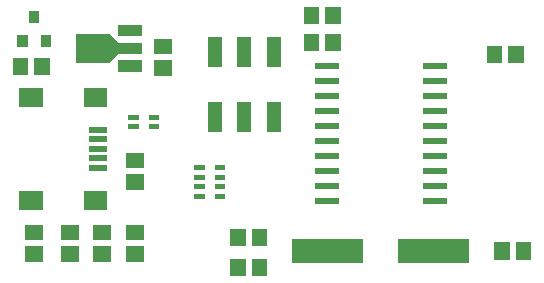
<source format=gbr>
G04 start of page 11 for group -4015 idx -4015 *
G04 Title: (unknown), toppaste *
G04 Creator: pcb 20140316 *
G04 CreationDate: Thu 29 Oct 2015 06:01:01 PM GMT UTC *
G04 For: ndholmes *
G04 Format: Gerber/RS-274X *
G04 PCB-Dimensions (mil): 1875.00 1000.00 *
G04 PCB-Coordinate-Origin: lower left *
%MOIN*%
%FSLAX25Y25*%
%LNTOPPASTE*%
%ADD82R,0.0630X0.0630*%
%ADD81R,0.0197X0.0197*%
%ADD80R,0.0787X0.0787*%
%ADD79R,0.0340X0.0340*%
%ADD78C,0.0001*%
%ADD77R,0.0945X0.0945*%
%ADD76R,0.0378X0.0378*%
%ADD75R,0.0200X0.0200*%
%ADD74R,0.0470X0.0470*%
%ADD73R,0.0512X0.0512*%
%ADD72R,0.0167X0.0167*%
G54D72*X74413Y34276D02*X76283D01*
X74413Y37425D02*X76283D01*
X74413Y40575D02*X76283D01*
X74413Y43724D02*X76283D01*
X67717D02*X69587D01*
X67717Y40575D02*X69587D01*
X67717Y37425D02*X69587D01*
X67717Y34276D02*X69587D01*
X45717Y60575D02*X47587D01*
X45717Y57425D02*X47587D01*
X52413D02*X54283D01*
X52413Y60575D02*X54283D01*
G54D73*X176543Y16393D02*Y15607D01*
X169457Y16393D02*Y15607D01*
G54D74*X73700Y84900D02*Y79750D01*
X83500Y84900D02*Y79750D01*
X93300Y84900D02*Y79750D01*
X73700Y63250D02*Y58100D01*
X83500Y63250D02*Y58100D01*
X93300Y63250D02*Y58100D01*
G54D73*X88543Y20893D02*Y20107D01*
X81457Y20893D02*Y20107D01*
G54D75*X108000Y77500D02*X114000D01*
X108000Y72500D02*X114000D01*
X108000Y67500D02*X114000D01*
X108000Y62500D02*X114000D01*
X108000Y57500D02*X114000D01*
X108000Y52500D02*X114000D01*
X108000Y47500D02*X114000D01*
X108000Y42500D02*X114000D01*
X108000Y37500D02*X114000D01*
X108000Y32500D02*X114000D01*
X144000D02*X150000D01*
X144000Y37500D02*X150000D01*
X144000Y42500D02*X150000D01*
X144000Y47500D02*X150000D01*
X144000Y52500D02*X150000D01*
X144000Y57500D02*X150000D01*
X144000Y62500D02*X150000D01*
X144000Y67500D02*X150000D01*
X144000Y72500D02*X150000D01*
X144000Y77500D02*X150000D01*
G54D76*X43311Y77594D02*X47405D01*
X35595Y83500D02*X47405D01*
G54D77*X31971D02*X33861D01*
G54D78*G36*
X37166Y80195D02*X40006Y83035D01*
X41426Y81615D01*
X38586Y78775D01*
X37166Y80195D01*
G37*
G36*
X38586Y88225D02*X41426Y85385D01*
X40006Y83965D01*
X37166Y86805D01*
X38586Y88225D01*
G37*
G54D76*X43311Y89406D02*X47405D01*
G54D79*X9600Y86100D02*Y85500D01*
X17400Y86100D02*Y85500D01*
X13500Y94300D02*Y93700D01*
G54D73*X16043Y77893D02*Y77107D01*
X8957Y77893D02*Y77107D01*
X56107Y84043D02*X56893D01*
X56107Y76957D02*X56893D01*
G54D80*X138843Y16000D02*X154591D01*
X103409D02*X119157D01*
G54D73*X88543Y10893D02*Y10107D01*
X81457Y10893D02*Y10107D01*
X105957Y94893D02*Y94107D01*
X113043Y94893D02*Y94107D01*
X105957Y85893D02*Y85107D01*
X113043Y85893D02*Y85107D01*
X166957Y81893D02*Y81107D01*
X174043Y81893D02*Y81107D01*
X25107Y14957D02*X25893D01*
X25107Y22043D02*X25893D01*
X13107Y14957D02*X13893D01*
X13107Y22043D02*X13893D01*
X35607Y14957D02*X36393D01*
X35607Y22043D02*X36393D01*
X46607Y14957D02*X47393D01*
X46607Y22043D02*X47393D01*
G54D81*X32587Y56299D02*X36917D01*
X32587Y53150D02*X36917D01*
X32587Y50000D02*X36917D01*
X32587Y46850D02*X36917D01*
X32587Y43701D02*X36917D01*
G54D82*X11524Y67126D02*X13098D01*
X11524Y32874D02*X13098D01*
X33177Y67126D02*X34752D01*
X33177Y32874D02*X34752D01*
G54D73*X46607Y38957D02*X47393D01*
X46607Y46043D02*X47393D01*
M02*

</source>
